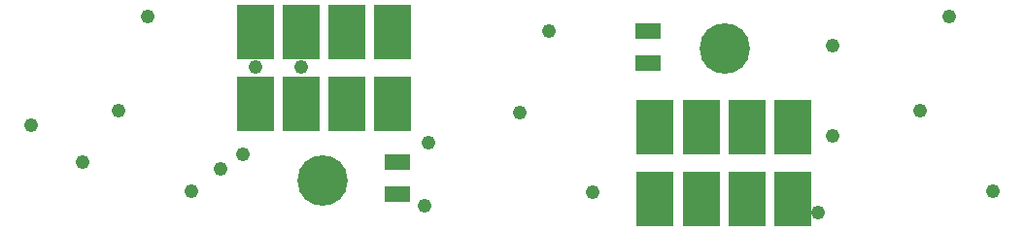
<source format=gbs>
%FSLAX25Y25*%
%MOIN*%
G70*
G01*
G75*
G04 Layer_Color=48896*
%ADD10R,0.05906X0.05906*%
%ADD11P,0.08352X4X195.0*%
%ADD12P,0.08352X4X75.0*%
%ADD13R,0.05000X0.04000*%
%ADD14C,0.02500*%
%ADD15C,0.16500*%
%ADD16C,0.04000*%
%ADD17R,0.08000X0.05000*%
%ADD18R,0.12205X0.17716*%
%ADD19C,0.05000*%
%ADD20C,0.01000*%
%ADD21C,0.01200*%
%ADD22R,0.04906X0.04906*%
%ADD23P,0.06937X4X195.0*%
%ADD24P,0.06937X4X75.0*%
%ADD25R,0.04000X0.03000*%
%ADD26R,0.07000X0.04000*%
%ADD27R,0.11205X0.16716*%
%ADD28R,0.06706X0.06706*%
%ADD29P,0.09483X4X195.0*%
%ADD30P,0.09483X4X75.0*%
%ADD31R,0.05800X0.04800*%
%ADD32C,0.17300*%
%ADD33C,0.04800*%
%ADD34R,0.08800X0.05800*%
%ADD35R,0.13005X0.18517*%
D32*
X1108000Y1021500D02*
D03*
X970000Y976000D02*
D03*
D33*
X1115000Y992500D02*
D03*
X1005000Y967500D02*
D03*
X975000Y1032500D02*
D03*
X946752Y1015000D02*
D03*
X962500D02*
D03*
X942500Y985000D02*
D03*
X935000Y980000D02*
D03*
X887500Y982500D02*
D03*
X1097500Y1000000D02*
D03*
X1145000Y1022500D02*
D03*
X870000Y995000D02*
D03*
X910000Y1032500D02*
D03*
X925000Y972500D02*
D03*
X1006086Y989139D02*
D03*
X1047500Y1027500D02*
D03*
X1062500Y972000D02*
D03*
X900000Y1000000D02*
D03*
X1037500Y999500D02*
D03*
X1175000Y1000000D02*
D03*
X1200000Y972500D02*
D03*
X1185000Y1032500D02*
D03*
X1144902Y991572D02*
D03*
X1140000Y965000D02*
D03*
D34*
X995500Y971500D02*
D03*
Y982500D02*
D03*
X1081500Y1016500D02*
D03*
Y1027500D02*
D03*
D35*
X993996Y1002394D02*
D03*
X978248D02*
D03*
X962500D02*
D03*
X993996Y1027000D02*
D03*
X978248D02*
D03*
X962500D02*
D03*
X946752Y1002394D02*
D03*
Y1027000D02*
D03*
X1131248Y969894D02*
D03*
X1115500D02*
D03*
X1099752D02*
D03*
X1131248Y994500D02*
D03*
X1115500D02*
D03*
X1099752D02*
D03*
X1084004Y969894D02*
D03*
Y994500D02*
D03*
M02*

</source>
